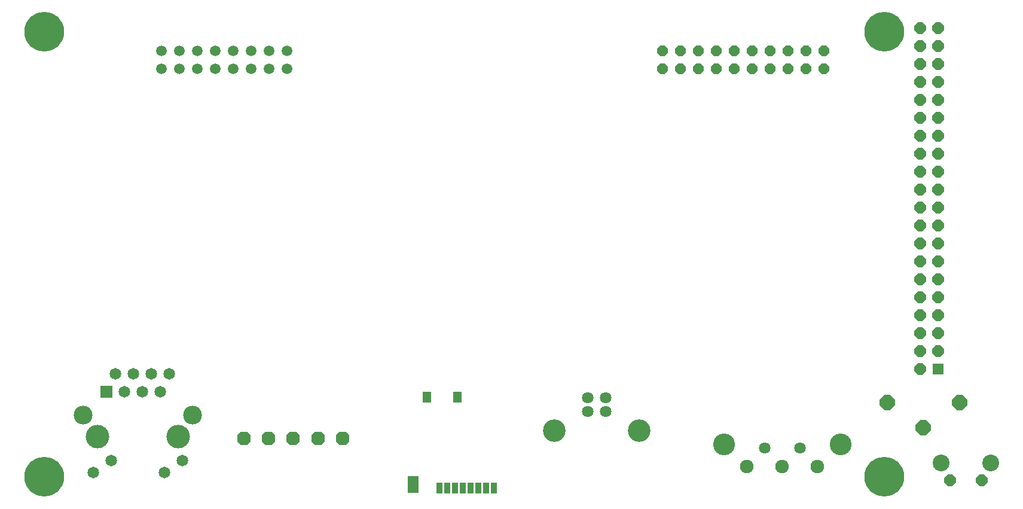
<source format=gbs>
G75*
%MOIN*%
%OFA0B0*%
%FSLAX25Y25*%
%IPPOS*%
%LPD*%
%AMOC8*
5,1,8,0,0,1.08239X$1,22.5*
%
%ADD10OC8,0.08374*%
%ADD11C,0.12555*%
%ADD12C,0.06406*%
%ADD13R,0.06406X0.06406*%
%ADD14OC8,0.06406*%
%ADD15C,0.05900*%
%ADD16OC8,0.07587*%
%ADD17C,0.07587*%
%ADD18C,0.12161*%
%ADD19C,0.09358*%
%ADD20R,0.03256X0.06406*%
%ADD21R,0.06209X0.09673*%
%ADD22R,0.04831X0.06406*%
%ADD23C,0.06500*%
%ADD24R,0.06500X0.06500*%
%ADD25C,0.13098*%
%ADD26C,0.10500*%
%ADD27OC8,0.05900*%
%ADD28C,0.22154*%
D10*
X0509091Y0202065D03*
X0529170Y0187892D03*
X0549249Y0202065D03*
D11*
X0370696Y0186224D03*
X0323294Y0186224D03*
D12*
X0342073Y0196894D03*
X0342073Y0204768D03*
X0351916Y0204768D03*
X0351916Y0196894D03*
X0440589Y0176650D03*
X0460274Y0176650D03*
D13*
X0537203Y0220508D03*
D14*
X0527203Y0220508D03*
X0527203Y0230508D03*
X0527203Y0240508D03*
X0527203Y0250508D03*
X0537203Y0250508D03*
X0537203Y0240508D03*
X0537203Y0230508D03*
X0537203Y0260508D03*
X0527203Y0260508D03*
X0527203Y0270508D03*
X0527203Y0280508D03*
X0527203Y0290508D03*
X0527203Y0300508D03*
X0527203Y0310508D03*
X0537203Y0310508D03*
X0537203Y0300508D03*
X0537203Y0290508D03*
X0537203Y0280508D03*
X0537203Y0270508D03*
X0537203Y0320508D03*
X0527203Y0320508D03*
X0527203Y0330508D03*
X0527203Y0340508D03*
X0527203Y0350508D03*
X0527203Y0360508D03*
X0537203Y0360508D03*
X0537203Y0350508D03*
X0537203Y0340508D03*
X0537203Y0330508D03*
X0537203Y0370508D03*
X0527203Y0370508D03*
X0527203Y0380508D03*
X0527203Y0390508D03*
X0527203Y0400508D03*
X0527203Y0410508D03*
X0537203Y0410508D03*
X0537203Y0400508D03*
X0537203Y0390508D03*
X0537203Y0380508D03*
X0543936Y0158539D03*
X0561652Y0158539D03*
D15*
X0174345Y0388028D03*
X0164345Y0388028D03*
X0154345Y0388028D03*
X0144345Y0388028D03*
X0134345Y0388028D03*
X0124345Y0388028D03*
X0114345Y0388028D03*
X0104345Y0388028D03*
X0104345Y0398028D03*
X0114345Y0398028D03*
X0124345Y0398028D03*
X0134345Y0398028D03*
X0144345Y0398028D03*
X0154345Y0398028D03*
X0164345Y0398028D03*
X0174345Y0398028D03*
D16*
X0177794Y0182161D03*
X0191573Y0182161D03*
X0205353Y0182161D03*
X0164014Y0182161D03*
X0150235Y0182161D03*
D17*
X0430747Y0166413D03*
X0450432Y0166413D03*
X0470117Y0166413D03*
D18*
X0482912Y0178618D03*
X0417951Y0178618D03*
D19*
X0539014Y0168382D03*
X0566573Y0168382D03*
D20*
X0289605Y0154209D03*
X0285274Y0154209D03*
X0280944Y0154209D03*
X0276613Y0154209D03*
X0272282Y0154209D03*
X0267951Y0154209D03*
X0263621Y0154209D03*
X0259290Y0154209D03*
D21*
X0244526Y0156413D03*
D22*
X0252400Y0204996D03*
X0269329Y0204996D03*
D23*
X0116081Y0169839D03*
X0106081Y0163146D03*
X0076278Y0169839D03*
X0066278Y0163146D03*
X0083680Y0208146D03*
X0093680Y0208146D03*
X0103680Y0208146D03*
X0108680Y0218146D03*
X0098680Y0218146D03*
X0088680Y0218146D03*
X0078680Y0218146D03*
D24*
X0073680Y0208146D03*
D25*
X0068680Y0183146D03*
X0113680Y0183146D03*
D26*
X0121692Y0195154D03*
X0060668Y0195154D03*
D27*
X0383770Y0388028D03*
X0393770Y0388028D03*
X0403770Y0388028D03*
X0413770Y0388028D03*
X0423770Y0388028D03*
X0433770Y0388028D03*
X0443770Y0388028D03*
X0453770Y0388028D03*
X0463770Y0388028D03*
X0473770Y0388028D03*
X0473770Y0398028D03*
X0463770Y0398028D03*
X0453770Y0398028D03*
X0443770Y0398028D03*
X0433770Y0398028D03*
X0423770Y0398028D03*
X0413770Y0398028D03*
X0403770Y0398028D03*
X0393770Y0398028D03*
X0383770Y0398028D03*
D28*
X0039014Y0160508D03*
X0039014Y0408539D03*
X0507518Y0408539D03*
X0507518Y0160508D03*
M02*

</source>
